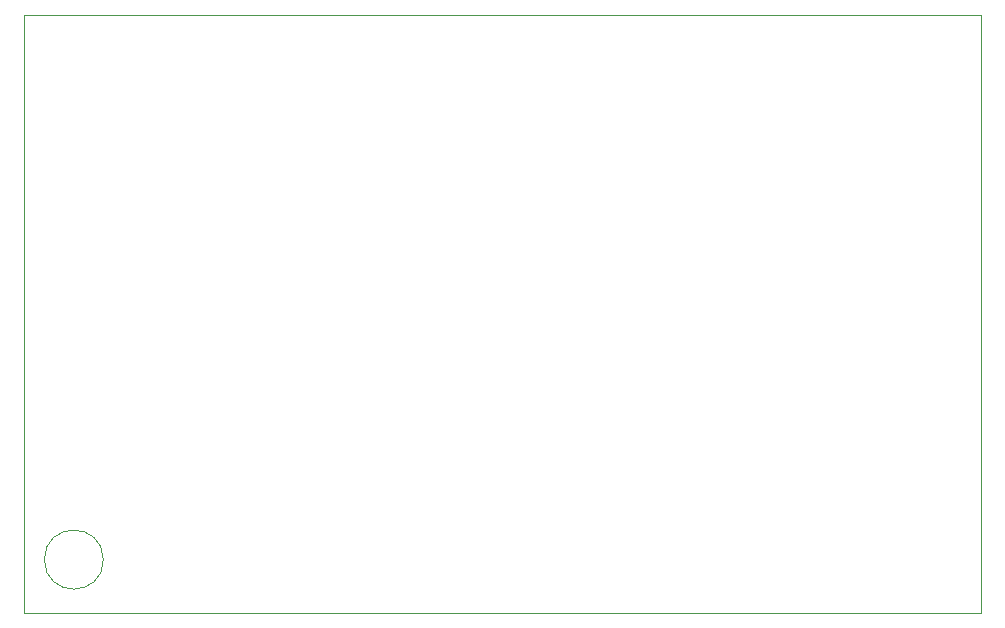
<source format=gbr>
%TF.GenerationSoftware,KiCad,Pcbnew,9.0.2*%
%TF.CreationDate,2025-08-08T14:56:36-04:00*%
%TF.ProjectId,Massachusetts,4d617373-6163-4687-9573-657474732e6b,0*%
%TF.SameCoordinates,Original*%
%TF.FileFunction,Profile,NP*%
%FSLAX46Y46*%
G04 Gerber Fmt 4.6, Leading zero omitted, Abs format (unit mm)*
G04 Created by KiCad (PCBNEW 9.0.2) date 2025-08-08 14:56:36*
%MOMM*%
%LPD*%
G01*
G04 APERTURE LIST*
%TA.AperFunction,Profile*%
%ADD10C,0.050000*%
%TD*%
G04 APERTURE END LIST*
D10*
X122600000Y-92200000D02*
X203600000Y-92200000D01*
X203600000Y-142800000D01*
X122600000Y-142800000D01*
X122600000Y-92200000D01*
X129300000Y-138300000D02*
G75*
G02*
X124300000Y-138300000I-2500000J0D01*
G01*
X124300000Y-138300000D02*
G75*
G02*
X129300000Y-138300000I2500000J0D01*
G01*
M02*

</source>
